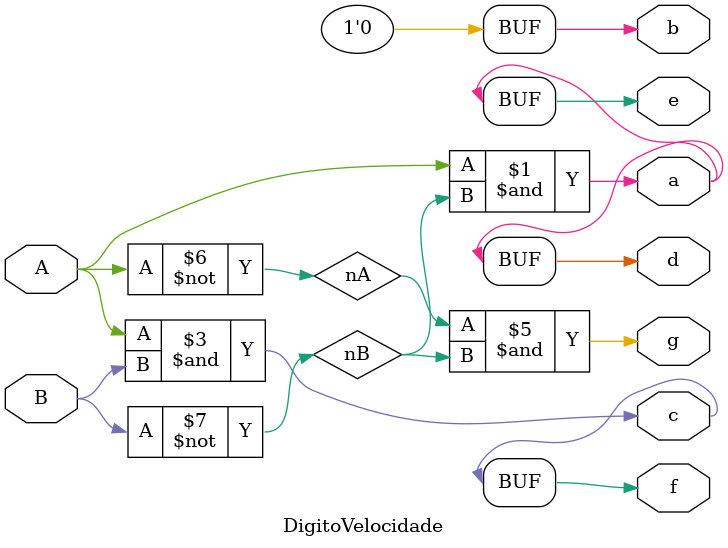
<source format=v>
module DigitoVelocidade(
	input A, B,
	output a,b,c,d,e,f,g
);
	wire nA, nB, A_nB, A_B;
	
	not not0(nA, A);
	not not1(nB, B);
	
	//output a, d, e
	nand nand0(A_nB, A, nB);
	not not2(a, A_nB);
	not not3(d, A_nB);
	not not4(e, A_nB);
	
	//output b
	not not5(b, 1);
	
	//output c, f
	nand nand1(A_B, A, B);
	not not6(c, A_B);
	not not7(f, A_B);
	
	//output g
	and and0(g, nA, nB);
endmodule

</source>
